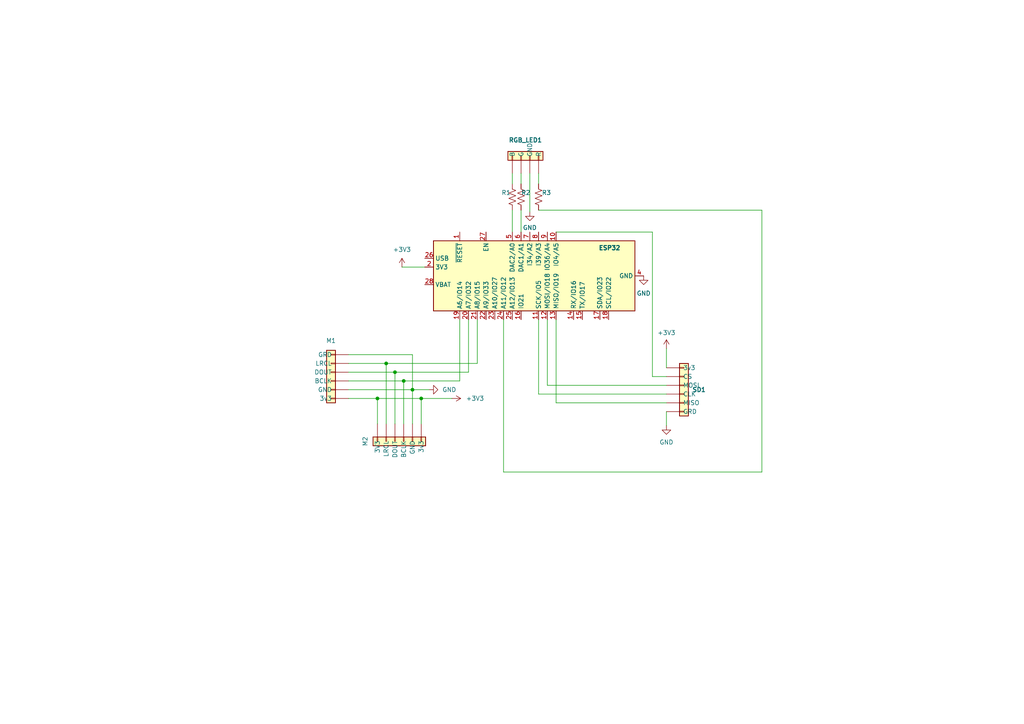
<source format=kicad_sch>
(kicad_sch (version 20211123) (generator eeschema)

  (uuid 742f6656-c86d-41c0-937e-ef6ded3bd482)

  (paper "A4")

  (lib_symbols
    (symbol "Conn_01x06_1" (pin_numbers hide) (pin_names (offset 1.016)) (in_bom yes) (on_board yes)
      (property "Reference" "M1" (id 0) (at 2.032 -1.2699 0)
        (effects (font (size 1.27 1.27)) (justify left))
      )
      (property "Value" "Conn_01x06" (id 1) (at 0 11.57 0)
        (effects (font (size 1.27 1.27)) hide)
      )
      (property "Footprint" "Connector_PinHeader_2.54mm:PinHeader_1x06_P2.54mm_Vertical" (id 2) (at 1.27 8.89 0)
        (effects (font (size 1.27 1.27)) hide)
      )
      (property "Datasheet" "~" (id 3) (at 0 0 0)
        (effects (font (size 1.27 1.27)) hide)
      )
      (property "ki_keywords" "connector" (id 4) (at 0 0 0)
        (effects (font (size 1.27 1.27)) hide)
      )
      (property "ki_description" "Generic connector, single row, 01x06, script generated (kicad-library-utils/schlib/autogen/connector/)" (id 5) (at 0 0 0)
        (effects (font (size 1.27 1.27)) hide)
      )
      (property "ki_fp_filters" "Connector*:*_1x??_*" (id 6) (at 0 0 0)
        (effects (font (size 1.27 1.27)) hide)
      )
      (symbol "Conn_01x06_1_1_1"
        (rectangle (start -1.27 -7.493) (end 0 -7.747)
          (stroke (width 0.1524) (type default) (color 0 0 0 0))
          (fill (type none))
        )
        (rectangle (start -1.27 -4.953) (end 0 -5.207)
          (stroke (width 0.1524) (type default) (color 0 0 0 0))
          (fill (type none))
        )
        (rectangle (start -1.27 -2.413) (end 0 -2.667)
          (stroke (width 0.1524) (type default) (color 0 0 0 0))
          (fill (type none))
        )
        (rectangle (start -1.27 0.127) (end 0 -0.127)
          (stroke (width 0.1524) (type default) (color 0 0 0 0))
          (fill (type none))
        )
        (rectangle (start -1.27 2.667) (end 0 2.413)
          (stroke (width 0.1524) (type default) (color 0 0 0 0))
          (fill (type none))
        )
        (rectangle (start -1.27 5.207) (end 0 4.953)
          (stroke (width 0.1524) (type default) (color 0 0 0 0))
          (fill (type none))
        )
        (rectangle (start -1.27 6.35) (end 1.27 -8.89)
          (stroke (width 0.254) (type default) (color 0 0 0 0))
          (fill (type background))
        )
        (pin power_in line (at -5.08 5.08 0) (length 3.81)
          (name "3v3" (effects (font (size 1.27 1.27))))
          (number "1" (effects (font (size 1.27 1.27))))
        )
        (pin power_in line (at -5.08 2.54 0) (length 3.81)
          (name "GND" (effects (font (size 1.27 1.27))))
          (number "2" (effects (font (size 1.27 1.27))))
        )
        (pin input line (at -5.08 0 0) (length 3.81)
          (name "BCLK" (effects (font (size 1.27 1.27))))
          (number "3" (effects (font (size 1.27 1.27))))
        )
        (pin output line (at -5.08 -2.54 0) (length 3.81)
          (name "DOUT" (effects (font (size 1.27 1.27))))
          (number "4" (effects (font (size 1.27 1.27))))
        )
        (pin input line (at -5.08 -5.08 0) (length 3.81)
          (name "LRCL" (effects (font (size 1.27 1.27))))
          (number "5" (effects (font (size 1.27 1.27))))
        )
        (pin power_in line (at -5.08 -7.62 0) (length 3.81)
          (name "GRD" (effects (font (size 1.27 1.27))))
          (number "6" (effects (font (size 1.27 1.27))))
        )
      )
    )
    (symbol "Conn_01x06_2" (pin_numbers hide) (pin_names (offset 1.016)) (in_bom yes) (on_board yes)
      (property "Reference" "M2" (id 0) (at -10.668 0 0)
        (effects (font (size 1.27 1.27)))
      )
      (property "Value" "Conn_01x06_2" (id 1) (at 11.57 0 0)
        (effects (font (size 1.27 1.27)) hide)
      )
      (property "Footprint" "Connector_PinHeader_2.54mm:PinHeader_1x06_P2.54mm_Vertical" (id 2) (at 8.89 -1.27 0)
        (effects (font (size 1.27 1.27)) hide)
      )
      (property "Datasheet" "~" (id 3) (at 0 0 0)
        (effects (font (size 1.27 1.27)) hide)
      )
      (property "ki_keywords" "connector" (id 4) (at 0 0 0)
        (effects (font (size 1.27 1.27)) hide)
      )
      (property "ki_description" "Generic connector, single row, 01x06, script generated (kicad-library-utils/schlib/autogen/connector/)" (id 5) (at 0 0 0)
        (effects (font (size 1.27 1.27)) hide)
      )
      (property "ki_fp_filters" "Connector*:*_1x??_*" (id 6) (at 0 0 0)
        (effects (font (size 1.27 1.27)) hide)
      )
      (symbol "Conn_01x06_2_1_1"
        (rectangle (start -1.27 -7.493) (end 0 -7.747)
          (stroke (width 0.1524) (type default) (color 0 0 0 0))
          (fill (type none))
        )
        (rectangle (start -1.27 -4.953) (end 0 -5.207)
          (stroke (width 0.1524) (type default) (color 0 0 0 0))
          (fill (type none))
        )
        (rectangle (start -1.27 -2.413) (end 0 -2.667)
          (stroke (width 0.1524) (type default) (color 0 0 0 0))
          (fill (type none))
        )
        (rectangle (start -1.27 0.127) (end 0 -0.127)
          (stroke (width 0.1524) (type default) (color 0 0 0 0))
          (fill (type none))
        )
        (rectangle (start -1.27 2.667) (end 0 2.413)
          (stroke (width 0.1524) (type default) (color 0 0 0 0))
          (fill (type none))
        )
        (rectangle (start -1.27 5.207) (end 0 4.953)
          (stroke (width 0.1524) (type default) (color 0 0 0 0))
          (fill (type none))
        )
        (rectangle (start -1.27 6.35) (end 1.27 -8.89)
          (stroke (width 0.254) (type default) (color 0 0 0 0))
          (fill (type background))
        )
        (pin power_in line (at -5.08 5.08 0) (length 3.81)
          (name "3v3" (effects (font (size 1.27 1.27))))
          (number "1" (effects (font (size 1.27 1.27))))
        )
        (pin power_in line (at -5.08 2.54 0) (length 3.81)
          (name "GND" (effects (font (size 1.27 1.27))))
          (number "2" (effects (font (size 1.27 1.27))))
        )
        (pin input line (at -5.08 0 0) (length 3.81)
          (name "BCLK" (effects (font (size 1.27 1.27))))
          (number "3" (effects (font (size 1.27 1.27))))
        )
        (pin output line (at -5.08 -2.54 0) (length 3.81)
          (name "DOUT" (effects (font (size 1.27 1.27))))
          (number "4" (effects (font (size 1.27 1.27))))
        )
        (pin input line (at -5.08 -5.08 0) (length 3.81)
          (name "LRCL" (effects (font (size 1.27 1.27))))
          (number "5" (effects (font (size 1.27 1.27))))
        )
        (pin power_in line (at -5.08 -7.62 0) (length 3.81)
          (name "3V3" (effects (font (size 1.27 1.27))))
          (number "6" (effects (font (size 1.27 1.27))))
        )
      )
    )
    (symbol "Connector_Generic:Conn_01x04" (pin_numbers hide) (pin_names (offset 1.016)) (in_bom yes) (on_board yes)
      (property "Reference" "RGB_LED" (id 0) (at 0 -9.58 0)
        (effects (font (size 1.27 1.27)))
      )
      (property "Value" "Conn_01x04" (id 1) (at 0 -9.39 0)
        (effects (font (size 1.27 1.27)) hide)
      )
      (property "Footprint" "Connector_PinHeader_2.54mm:PinHeader_1x04_P2.54mm_Vertical" (id 2) (at -1.27 1.27 0)
        (effects (font (size 1.27 1.27)) hide)
      )
      (property "Datasheet" "~" (id 3) (at 0 0 0)
        (effects (font (size 1.27 1.27)) hide)
      )
      (property "ki_keywords" "connector" (id 4) (at 0 0 0)
        (effects (font (size 1.27 1.27)) hide)
      )
      (property "ki_description" "Generic connector, single row, 01x04, script generated (kicad-library-utils/schlib/autogen/connector/)" (id 5) (at 0 0 0)
        (effects (font (size 1.27 1.27)) hide)
      )
      (property "ki_fp_filters" "Connector*:*_1x??_*" (id 6) (at 0 0 0)
        (effects (font (size 1.27 1.27)) hide)
      )
      (symbol "Conn_01x04_1_1"
        (rectangle (start -1.27 -4.953) (end 0 -5.207)
          (stroke (width 0.1524) (type default) (color 0 0 0 0))
          (fill (type none))
        )
        (rectangle (start -1.27 -2.413) (end 0 -2.667)
          (stroke (width 0.1524) (type default) (color 0 0 0 0))
          (fill (type none))
        )
        (rectangle (start -1.27 0.127) (end 0 -0.127)
          (stroke (width 0.1524) (type default) (color 0 0 0 0))
          (fill (type none))
        )
        (rectangle (start -1.27 2.667) (end 0 2.413)
          (stroke (width 0.1524) (type default) (color 0 0 0 0))
          (fill (type none))
        )
        (rectangle (start -1.27 3.81) (end 1.27 -6.35)
          (stroke (width 0.254) (type default) (color 0 0 0 0))
          (fill (type background))
        )
        (pin passive line (at -5.08 2.54 0) (length 3.81)
          (name "B" (effects (font (size 1.27 1.27))))
          (number "1" (effects (font (size 1.27 1.27))))
        )
        (pin passive line (at -5.08 0 0) (length 3.81)
          (name "G" (effects (font (size 1.27 1.27))))
          (number "2" (effects (font (size 1.27 1.27))))
        )
        (pin passive line (at -5.08 -2.54 0) (length 3.81)
          (name "GND" (effects (font (size 1.27 1.27))))
          (number "3" (effects (font (size 1.27 1.27))))
        )
        (pin passive line (at -5.08 -5.08 0) (length 3.81)
          (name "R" (effects (font (size 1.27 1.27))))
          (number "4" (effects (font (size 1.27 1.27))))
        )
      )
    )
    (symbol "Connector_Generic:Conn_01x06" (pin_numbers hide) (pin_names (offset 1.016)) (in_bom yes) (on_board yes)
      (property "Reference" "SD" (id 0) (at 2.286 -1.2699 0)
        (effects (font (size 1.27 1.27)) (justify left))
      )
      (property "Value" "Conn_01x06" (id 1) (at 0 11.57 0)
        (effects (font (size 1.27 1.27)) hide)
      )
      (property "Footprint" "Connector_PinHeader_2.54mm:PinHeader_1x06_P2.54mm_Vertical" (id 2) (at 1.27 8.89 0)
        (effects (font (size 1.27 1.27)) hide)
      )
      (property "Datasheet" "~" (id 3) (at 0 0 0)
        (effects (font (size 1.27 1.27)) hide)
      )
      (property "ki_keywords" "connector" (id 4) (at 0 0 0)
        (effects (font (size 1.27 1.27)) hide)
      )
      (property "ki_description" "Generic connector, single row, 01x06, script generated (kicad-library-utils/schlib/autogen/connector/)" (id 5) (at 0 0 0)
        (effects (font (size 1.27 1.27)) hide)
      )
      (property "ki_fp_filters" "Connector*:*_1x??_*" (id 6) (at 0 0 0)
        (effects (font (size 1.27 1.27)) hide)
      )
      (symbol "Conn_01x06_1_1"
        (rectangle (start -1.27 -7.493) (end 0 -7.747)
          (stroke (width 0.1524) (type default) (color 0 0 0 0))
          (fill (type none))
        )
        (rectangle (start -1.27 -4.953) (end 0 -5.207)
          (stroke (width 0.1524) (type default) (color 0 0 0 0))
          (fill (type none))
        )
        (rectangle (start -1.27 -2.413) (end 0 -2.667)
          (stroke (width 0.1524) (type default) (color 0 0 0 0))
          (fill (type none))
        )
        (rectangle (start -1.27 0.127) (end 0 -0.127)
          (stroke (width 0.1524) (type default) (color 0 0 0 0))
          (fill (type none))
        )
        (rectangle (start -1.27 2.667) (end 0 2.413)
          (stroke (width 0.1524) (type default) (color 0 0 0 0))
          (fill (type none))
        )
        (rectangle (start -1.27 5.207) (end 0 4.953)
          (stroke (width 0.1524) (type default) (color 0 0 0 0))
          (fill (type none))
        )
        (rectangle (start -1.27 6.35) (end 1.27 -8.89)
          (stroke (width 0.254) (type default) (color 0 0 0 0))
          (fill (type background))
        )
        (pin power_in line (at -5.08 5.08 0) (length 3.81)
          (name "3v3" (effects (font (size 1.27 1.27))))
          (number "1" (effects (font (size 1.27 1.27))))
        )
        (pin input line (at -5.08 2.54 0) (length 3.81)
          (name "CS" (effects (font (size 1.27 1.27))))
          (number "2" (effects (font (size 1.27 1.27))))
        )
        (pin output line (at -5.08 0 0) (length 3.81)
          (name "MOSI" (effects (font (size 1.27 1.27))))
          (number "3" (effects (font (size 1.27 1.27))))
        )
        (pin input line (at -5.08 -2.54 0) (length 3.81)
          (name "CLK" (effects (font (size 1.27 1.27))))
          (number "4" (effects (font (size 1.27 1.27))))
        )
        (pin input line (at -5.08 -5.08 0) (length 3.81)
          (name "MISO" (effects (font (size 1.27 1.27))))
          (number "5" (effects (font (size 1.27 1.27))))
        )
        (pin power_in line (at -5.08 -7.62 0) (length 3.81)
          (name "GRD" (effects (font (size 1.27 1.27))))
          (number "6" (effects (font (size 1.27 1.27))))
        )
      )
    )
    (symbol "Device:R_US" (pin_numbers hide) (pin_names (offset 0)) (in_bom yes) (on_board yes)
      (property "Reference" "R" (id 0) (at 2.54 0 90)
        (effects (font (size 1.27 1.27)))
      )
      (property "Value" "R_US" (id 1) (at -2.54 0 90)
        (effects (font (size 1.27 1.27)))
      )
      (property "Footprint" "" (id 2) (at 1.016 -0.254 90)
        (effects (font (size 1.27 1.27)) hide)
      )
      (property "Datasheet" "~" (id 3) (at 0 0 0)
        (effects (font (size 1.27 1.27)) hide)
      )
      (property "ki_keywords" "R res resistor" (id 4) (at 0 0 0)
        (effects (font (size 1.27 1.27)) hide)
      )
      (property "ki_description" "Resistor, US symbol" (id 5) (at 0 0 0)
        (effects (font (size 1.27 1.27)) hide)
      )
      (property "ki_fp_filters" "R_*" (id 6) (at 0 0 0)
        (effects (font (size 1.27 1.27)) hide)
      )
      (symbol "R_US_0_1"
        (polyline
          (pts
            (xy 0 -2.286)
            (xy 0 -2.54)
          )
          (stroke (width 0) (type default) (color 0 0 0 0))
          (fill (type none))
        )
        (polyline
          (pts
            (xy 0 2.286)
            (xy 0 2.54)
          )
          (stroke (width 0) (type default) (color 0 0 0 0))
          (fill (type none))
        )
        (polyline
          (pts
            (xy 0 -0.762)
            (xy 1.016 -1.143)
            (xy 0 -1.524)
            (xy -1.016 -1.905)
            (xy 0 -2.286)
          )
          (stroke (width 0) (type default) (color 0 0 0 0))
          (fill (type none))
        )
        (polyline
          (pts
            (xy 0 0.762)
            (xy 1.016 0.381)
            (xy 0 0)
            (xy -1.016 -0.381)
            (xy 0 -0.762)
          )
          (stroke (width 0) (type default) (color 0 0 0 0))
          (fill (type none))
        )
        (polyline
          (pts
            (xy 0 2.286)
            (xy 1.016 1.905)
            (xy 0 1.524)
            (xy -1.016 1.143)
            (xy 0 0.762)
          )
          (stroke (width 0) (type default) (color 0 0 0 0))
          (fill (type none))
        )
      )
      (symbol "R_US_1_1"
        (pin passive line (at 0 3.81 270) (length 1.27)
          (name "~" (effects (font (size 1.27 1.27))))
          (number "1" (effects (font (size 1.27 1.27))))
        )
        (pin passive line (at 0 -3.81 90) (length 1.27)
          (name "~" (effects (font (size 1.27 1.27))))
          (number "2" (effects (font (size 1.27 1.27))))
        )
      )
    )
    (symbol "MCU_Module:Adafruit_Feather_HUZZAH32_ESP32" (in_bom yes) (on_board yes)
      (property "Reference" "A" (id 0) (at -10.16 29.21 0)
        (effects (font (size 1.27 1.27)) (justify left))
      )
      (property "Value" "Adafruit_Feather_HUZZAH32_ESP32" (id 1) (at 2.54 -31.75 0)
        (effects (font (size 1.27 1.27)) (justify left))
      )
      (property "Footprint" "Module:Adafruit_Feather" (id 2) (at 2.54 -34.29 0)
        (effects (font (size 1.27 1.27)) (justify left) hide)
      )
      (property "Datasheet" "https://cdn-learn.adafruit.com/downloads/pdf/adafruit-huzzah32-esp32-feather.pdf" (id 3) (at 0 -30.48 0)
        (effects (font (size 1.27 1.27)) hide)
      )
      (property "ki_keywords" "Adafruit feather microcontroller module USB" (id 4) (at 0 0 0)
        (effects (font (size 1.27 1.27)) hide)
      )
      (property "ki_description" "Microcontroller module with ESP32 MCU" (id 5) (at 0 0 0)
        (effects (font (size 1.27 1.27)) hide)
      )
      (property "ki_fp_filters" "Adafruit*Feather*" (id 6) (at 0 0 0)
        (effects (font (size 1.27 1.27)) hide)
      )
      (symbol "Adafruit_Feather_HUZZAH32_ESP32_0_1"
        (rectangle (start -10.16 27.94) (end 10.16 -30.48)
          (stroke (width 0.254) (type default) (color 0 0 0 0))
          (fill (type background))
        )
      )
      (symbol "Adafruit_Feather_HUZZAH32_ESP32_1_1"
        (pin input line (at 12.7 20.32 180) (length 2.54)
          (name "~{RESET}" (effects (font (size 1.27 1.27))))
          (number "1" (effects (font (size 1.27 1.27))))
        )
        (pin bidirectional line (at 12.7 -7.62 180) (length 2.54)
          (name "IO4/A5" (effects (font (size 1.27 1.27))))
          (number "10" (effects (font (size 1.27 1.27))))
        )
        (pin bidirectional line (at -12.7 -2.54 0) (length 2.54)
          (name "SCK/IO5" (effects (font (size 1.27 1.27))))
          (number "11" (effects (font (size 1.27 1.27))))
        )
        (pin bidirectional line (at -12.7 -5.08 0) (length 2.54)
          (name "MOSI/IO18" (effects (font (size 1.27 1.27))))
          (number "12" (effects (font (size 1.27 1.27))))
        )
        (pin bidirectional line (at -12.7 -7.62 0) (length 2.54)
          (name "MISO/IO19" (effects (font (size 1.27 1.27))))
          (number "13" (effects (font (size 1.27 1.27))))
        )
        (pin bidirectional line (at -12.7 -12.7 0) (length 2.54)
          (name "RX/IO16" (effects (font (size 1.27 1.27))))
          (number "14" (effects (font (size 1.27 1.27))))
        )
        (pin bidirectional line (at -12.7 -15.24 0) (length 2.54)
          (name "TX/IO17" (effects (font (size 1.27 1.27))))
          (number "15" (effects (font (size 1.27 1.27))))
        )
        (pin bidirectional line (at -12.7 2.54 0) (length 2.54)
          (name "IO21" (effects (font (size 1.27 1.27))))
          (number "16" (effects (font (size 1.27 1.27))))
        )
        (pin bidirectional line (at -12.7 -20.32 0) (length 2.54)
          (name "SDA/IO23" (effects (font (size 1.27 1.27))))
          (number "17" (effects (font (size 1.27 1.27))))
        )
        (pin bidirectional line (at -12.7 -22.86 0) (length 2.54)
          (name "SCL/IO22" (effects (font (size 1.27 1.27))))
          (number "18" (effects (font (size 1.27 1.27))))
        )
        (pin bidirectional line (at -12.7 20.32 0) (length 2.54)
          (name "A6/IO14" (effects (font (size 1.27 1.27))))
          (number "19" (effects (font (size 1.27 1.27))))
        )
        (pin power_in line (at 2.54 30.48 270) (length 2.54)
          (name "3V3" (effects (font (size 1.27 1.27))))
          (number "2" (effects (font (size 1.27 1.27))))
        )
        (pin bidirectional line (at -12.7 17.78 0) (length 2.54)
          (name "A7/IO32" (effects (font (size 1.27 1.27))))
          (number "20" (effects (font (size 1.27 1.27))))
        )
        (pin bidirectional line (at -12.7 15.24 0) (length 2.54)
          (name "A8/IO15" (effects (font (size 1.27 1.27))))
          (number "21" (effects (font (size 1.27 1.27))))
        )
        (pin bidirectional line (at -12.7 12.7 0) (length 2.54)
          (name "A9/IO33" (effects (font (size 1.27 1.27))))
          (number "22" (effects (font (size 1.27 1.27))))
        )
        (pin bidirectional line (at -12.7 10.16 0) (length 2.54)
          (name "A10/IO27" (effects (font (size 1.27 1.27))))
          (number "23" (effects (font (size 1.27 1.27))))
        )
        (pin bidirectional line (at -12.7 7.62 0) (length 2.54)
          (name "A11/IO12" (effects (font (size 1.27 1.27))))
          (number "24" (effects (font (size 1.27 1.27))))
        )
        (pin bidirectional line (at -12.7 5.08 0) (length 2.54)
          (name "A12/IO13" (effects (font (size 1.27 1.27))))
          (number "25" (effects (font (size 1.27 1.27))))
        )
        (pin power_in line (at 5.08 30.48 270) (length 2.54)
          (name "USB" (effects (font (size 1.27 1.27))))
          (number "26" (effects (font (size 1.27 1.27))))
        )
        (pin input line (at 12.7 12.7 180) (length 2.54)
          (name "EN" (effects (font (size 1.27 1.27))))
          (number "27" (effects (font (size 1.27 1.27))))
        )
        (pin power_in line (at -2.54 30.48 270) (length 2.54)
          (name "VBAT" (effects (font (size 1.27 1.27))))
          (number "28" (effects (font (size 1.27 1.27))))
        )
        (pin no_connect line (at 10.16 10.16 180) (length 2.54) hide
          (name "NC" (effects (font (size 1.27 1.27))))
          (number "3" (effects (font (size 1.27 1.27))))
        )
        (pin power_in line (at 0 -33.02 90) (length 2.54)
          (name "GND" (effects (font (size 1.27 1.27))))
          (number "4" (effects (font (size 1.27 1.27))))
        )
        (pin bidirectional line (at 12.7 5.08 180) (length 2.54)
          (name "DAC2/A0" (effects (font (size 1.27 1.27))))
          (number "5" (effects (font (size 1.27 1.27))))
        )
        (pin bidirectional line (at 12.7 2.54 180) (length 2.54)
          (name "DAC1/A1" (effects (font (size 1.27 1.27))))
          (number "6" (effects (font (size 1.27 1.27))))
        )
        (pin bidirectional line (at 12.7 0 180) (length 2.54)
          (name "I34/A2" (effects (font (size 1.27 1.27))))
          (number "7" (effects (font (size 1.27 1.27))))
        )
        (pin bidirectional line (at 12.7 -2.54 180) (length 2.54)
          (name "I39/A3" (effects (font (size 1.27 1.27))))
          (number "8" (effects (font (size 1.27 1.27))))
        )
        (pin bidirectional line (at 12.7 -5.08 180) (length 2.54)
          (name "IO36/A4" (effects (font (size 1.27 1.27))))
          (number "9" (effects (font (size 1.27 1.27))))
        )
      )
    )
    (symbol "power:+3V3" (power) (pin_names (offset 0)) (in_bom yes) (on_board yes)
      (property "Reference" "#PWR" (id 0) (at 0 -3.81 0)
        (effects (font (size 1.27 1.27)) hide)
      )
      (property "Value" "+3V3" (id 1) (at 0 3.556 0)
        (effects (font (size 1.27 1.27)))
      )
      (property "Footprint" "" (id 2) (at 0 0 0)
        (effects (font (size 1.27 1.27)) hide)
      )
      (property "Datasheet" "" (id 3) (at 0 0 0)
        (effects (font (size 1.27 1.27)) hide)
      )
      (property "ki_keywords" "power-flag" (id 4) (at 0 0 0)
        (effects (font (size 1.27 1.27)) hide)
      )
      (property "ki_description" "Power symbol creates a global label with name \"+3V3\"" (id 5) (at 0 0 0)
        (effects (font (size 1.27 1.27)) hide)
      )
      (symbol "+3V3_0_1"
        (polyline
          (pts
            (xy -0.762 1.27)
            (xy 0 2.54)
          )
          (stroke (width 0) (type default) (color 0 0 0 0))
          (fill (type none))
        )
        (polyline
          (pts
            (xy 0 0)
            (xy 0 2.54)
          )
          (stroke (width 0) (type default) (color 0 0 0 0))
          (fill (type none))
        )
        (polyline
          (pts
            (xy 0 2.54)
            (xy 0.762 1.27)
          )
          (stroke (width 0) (type default) (color 0 0 0 0))
          (fill (type none))
        )
      )
      (symbol "+3V3_1_1"
        (pin power_in line (at 0 0 90) (length 0) hide
          (name "+3V3" (effects (font (size 1.27 1.27))))
          (number "1" (effects (font (size 1.27 1.27))))
        )
      )
    )
    (symbol "power:GND" (power) (pin_names (offset 0)) (in_bom yes) (on_board yes)
      (property "Reference" "#PWR" (id 0) (at 0 -6.35 0)
        (effects (font (size 1.27 1.27)) hide)
      )
      (property "Value" "GND" (id 1) (at 0 -3.81 0)
        (effects (font (size 1.27 1.27)))
      )
      (property "Footprint" "" (id 2) (at 0 0 0)
        (effects (font (size 1.27 1.27)) hide)
      )
      (property "Datasheet" "" (id 3) (at 0 0 0)
        (effects (font (size 1.27 1.27)) hide)
      )
      (property "ki_keywords" "power-flag" (id 4) (at 0 0 0)
        (effects (font (size 1.27 1.27)) hide)
      )
      (property "ki_description" "Power symbol creates a global label with name \"GND\" , ground" (id 5) (at 0 0 0)
        (effects (font (size 1.27 1.27)) hide)
      )
      (symbol "GND_0_1"
        (polyline
          (pts
            (xy 0 0)
            (xy 0 -1.27)
            (xy 1.27 -1.27)
            (xy 0 -2.54)
            (xy -1.27 -1.27)
            (xy 0 -1.27)
          )
          (stroke (width 0) (type default) (color 0 0 0 0))
          (fill (type none))
        )
      )
      (symbol "GND_1_1"
        (pin power_in line (at 0 0 270) (length 0) hide
          (name "GND" (effects (font (size 1.27 1.27))))
          (number "1" (effects (font (size 1.27 1.27))))
        )
      )
    )
  )

  (junction (at 122.174 115.57) (diameter 0) (color 0 0 0 0)
    (uuid 19e577db-ec7a-4273-a932-573633e82162)
  )
  (junction (at 112.014 105.41) (diameter 0) (color 0 0 0 0)
    (uuid 1c5666aa-e465-4dbe-945d-b911e9df81af)
  )
  (junction (at 117.094 110.49) (diameter 0) (color 0 0 0 0)
    (uuid 99e6bac8-f931-4755-8af0-7a51409ca7f6)
  )
  (junction (at 119.634 113.03) (diameter 0) (color 0 0 0 0)
    (uuid a139f241-c8aa-400e-86a2-bbaeb2f1cbed)
  )
  (junction (at 114.554 107.95) (diameter 0) (color 0 0 0 0)
    (uuid aeacafdc-d873-4d40-98c5-a256436090d8)
  )
  (junction (at 109.474 115.57) (diameter 0) (color 0 0 0 0)
    (uuid f7fcd9df-e987-44de-86f8-0b40acaf9c03)
  )

  (wire (pts (xy 133.35 92.71) (xy 133.35 110.49))
    (stroke (width 0) (type default) (color 0 0 0 0))
    (uuid 0bc5839a-a487-4efb-aa39-bed37a5da9b7)
  )
  (wire (pts (xy 148.59 50.292) (xy 148.59 53.34))
    (stroke (width 0) (type default) (color 0 0 0 0))
    (uuid 13ef81a2-4a3d-4f69-aa8e-a50cf186bb38)
  )
  (wire (pts (xy 135.89 107.95) (xy 114.554 107.95))
    (stroke (width 0) (type default) (color 0 0 0 0))
    (uuid 16de7c31-9166-4dae-8b30-8857c26eaac6)
  )
  (wire (pts (xy 138.43 105.41) (xy 112.014 105.41))
    (stroke (width 0) (type default) (color 0 0 0 0))
    (uuid 1890451c-6ac3-4738-99f9-977ba1feca0d)
  )
  (wire (pts (xy 189.23 109.22) (xy 193.294 109.22))
    (stroke (width 0) (type default) (color 0 0 0 0))
    (uuid 1c34ae6f-59e1-41cd-9442-b86210a762ec)
  )
  (wire (pts (xy 138.43 92.71) (xy 138.43 105.41))
    (stroke (width 0) (type default) (color 0 0 0 0))
    (uuid 32243d26-2f2b-4240-987a-e2e0f44d5036)
  )
  (wire (pts (xy 156.21 92.71) (xy 156.21 114.3))
    (stroke (width 0) (type default) (color 0 0 0 0))
    (uuid 3b73c3cb-5737-490a-aab8-e1dbaa5170c5)
  )
  (wire (pts (xy 158.75 111.76) (xy 193.294 111.76))
    (stroke (width 0) (type default) (color 0 0 0 0))
    (uuid 3e1b152e-7030-42e0-adec-2ecacdda5011)
  )
  (wire (pts (xy 119.634 113.03) (xy 124.46 113.03))
    (stroke (width 0) (type default) (color 0 0 0 0))
    (uuid 4888c330-f8fa-492d-aa6f-da06d2350187)
  )
  (wire (pts (xy 112.014 105.41) (xy 112.014 122.936))
    (stroke (width 0) (type default) (color 0 0 0 0))
    (uuid 48e30849-34f5-4e5b-a36c-f3a6f5f6b8a1)
  )
  (wire (pts (xy 114.554 107.95) (xy 114.554 122.936))
    (stroke (width 0) (type default) (color 0 0 0 0))
    (uuid 49c1c4f0-cf9a-4997-982f-1293c7f8c3d1)
  )
  (wire (pts (xy 220.98 136.906) (xy 220.98 60.96))
    (stroke (width 0) (type default) (color 0 0 0 0))
    (uuid 512d4617-eba5-4ef3-88b5-114fa31a438d)
  )
  (wire (pts (xy 116.586 77.47) (xy 123.19 77.47))
    (stroke (width 0) (type default) (color 0 0 0 0))
    (uuid 525820f1-c4e8-4f38-ba66-9f0454eccc55)
  )
  (wire (pts (xy 193.294 101.092) (xy 193.294 106.68))
    (stroke (width 0) (type default) (color 0 0 0 0))
    (uuid 5786fcca-7067-4799-83cc-06ae557ddd1a)
  )
  (wire (pts (xy 101.092 115.57) (xy 109.474 115.57))
    (stroke (width 0) (type default) (color 0 0 0 0))
    (uuid 66ff1d1a-ce4f-4173-b800-47c5619674af)
  )
  (wire (pts (xy 119.634 102.87) (xy 119.634 113.03))
    (stroke (width 0) (type default) (color 0 0 0 0))
    (uuid 7d7fa8ab-7852-459c-8f54-dfd985146fd3)
  )
  (wire (pts (xy 153.67 50.292) (xy 153.67 61.468))
    (stroke (width 0) (type default) (color 0 0 0 0))
    (uuid 7ec8d2f0-44ed-4333-80ed-a321b348d838)
  )
  (wire (pts (xy 109.474 115.57) (xy 109.474 122.936))
    (stroke (width 0) (type default) (color 0 0 0 0))
    (uuid 8139e267-9b2e-419e-9ccc-e348ee347764)
  )
  (wire (pts (xy 156.21 50.292) (xy 156.21 53.34))
    (stroke (width 0) (type default) (color 0 0 0 0))
    (uuid 8c0c156a-0310-450a-b88d-95a9e3cab2f3)
  )
  (wire (pts (xy 133.35 110.49) (xy 117.094 110.49))
    (stroke (width 0) (type default) (color 0 0 0 0))
    (uuid 926cc1ad-5eb7-4bb0-b857-514ecb6a4b69)
  )
  (wire (pts (xy 161.29 67.31) (xy 189.23 67.31))
    (stroke (width 0) (type default) (color 0 0 0 0))
    (uuid 973e8b12-0022-4818-94f2-acc42275a911)
  )
  (wire (pts (xy 135.89 92.71) (xy 135.89 107.95))
    (stroke (width 0) (type default) (color 0 0 0 0))
    (uuid 975a34ad-0fd8-419d-a30f-80ad0daa822f)
  )
  (wire (pts (xy 101.092 113.03) (xy 119.634 113.03))
    (stroke (width 0) (type default) (color 0 0 0 0))
    (uuid 98608ce4-907f-42d2-8245-3942449051f8)
  )
  (wire (pts (xy 101.092 102.87) (xy 119.634 102.87))
    (stroke (width 0) (type default) (color 0 0 0 0))
    (uuid 9d00d1e0-c841-4b35-b1f0-36303f7df019)
  )
  (wire (pts (xy 101.092 107.95) (xy 114.554 107.95))
    (stroke (width 0) (type default) (color 0 0 0 0))
    (uuid 9fcefa51-bdc7-4659-a05d-e58513b2152d)
  )
  (wire (pts (xy 151.13 50.292) (xy 151.13 53.34))
    (stroke (width 0) (type default) (color 0 0 0 0))
    (uuid a2bdc407-cfaa-4430-adc0-b397e8912c68)
  )
  (wire (pts (xy 109.474 115.57) (xy 122.174 115.57))
    (stroke (width 0) (type default) (color 0 0 0 0))
    (uuid a4838db3-ef2f-4ff9-98b9-a5dcdcaa30e0)
  )
  (wire (pts (xy 117.094 110.49) (xy 117.094 122.936))
    (stroke (width 0) (type default) (color 0 0 0 0))
    (uuid aa4833b5-9f58-4ed3-b13c-70c3cdb83bb7)
  )
  (wire (pts (xy 146.05 92.71) (xy 146.05 136.906))
    (stroke (width 0) (type default) (color 0 0 0 0))
    (uuid abba64af-07c6-4a10-8288-75292a9231c1)
  )
  (wire (pts (xy 161.29 116.84) (xy 193.294 116.84))
    (stroke (width 0) (type default) (color 0 0 0 0))
    (uuid adaf92e2-1639-4111-a172-4262b471184c)
  )
  (wire (pts (xy 189.23 67.31) (xy 189.23 109.22))
    (stroke (width 0) (type default) (color 0 0 0 0))
    (uuid b284832d-7ebb-45ab-a1bb-1c3767c33b6a)
  )
  (wire (pts (xy 151.13 60.96) (xy 151.13 67.31))
    (stroke (width 0) (type default) (color 0 0 0 0))
    (uuid c1c70e93-bacc-4081-a258-c5e50e8f3b79)
  )
  (wire (pts (xy 193.294 119.38) (xy 193.294 123.444))
    (stroke (width 0) (type default) (color 0 0 0 0))
    (uuid c5a956dd-c566-4ae0-b310-e144f1eafdf5)
  )
  (wire (pts (xy 158.75 92.71) (xy 158.75 111.76))
    (stroke (width 0) (type default) (color 0 0 0 0))
    (uuid cb052f0a-6b6a-4397-a420-9814be227111)
  )
  (wire (pts (xy 220.98 60.96) (xy 156.21 60.96))
    (stroke (width 0) (type default) (color 0 0 0 0))
    (uuid cdc02724-0351-4782-9b93-01f1f75d7ae4)
  )
  (wire (pts (xy 101.092 105.41) (xy 112.014 105.41))
    (stroke (width 0) (type default) (color 0 0 0 0))
    (uuid d1b49854-9379-4bb6-b84c-519b43eca323)
  )
  (wire (pts (xy 156.21 114.3) (xy 193.294 114.3))
    (stroke (width 0) (type default) (color 0 0 0 0))
    (uuid d7ae17dc-1c96-41f9-b932-e3d35ef74783)
  )
  (wire (pts (xy 161.29 92.71) (xy 161.29 116.84))
    (stroke (width 0) (type default) (color 0 0 0 0))
    (uuid d9797d4e-5adc-4968-8230-818e09592323)
  )
  (wire (pts (xy 146.05 136.906) (xy 220.98 136.906))
    (stroke (width 0) (type default) (color 0 0 0 0))
    (uuid db14ce04-de8a-4620-ae8d-5358a4c0bccd)
  )
  (wire (pts (xy 148.59 60.96) (xy 148.59 67.31))
    (stroke (width 0) (type default) (color 0 0 0 0))
    (uuid dc1dbeab-6182-415a-880c-fd0d41fde8b0)
  )
  (wire (pts (xy 101.092 110.49) (xy 117.094 110.49))
    (stroke (width 0) (type default) (color 0 0 0 0))
    (uuid e229cefd-331c-4ce4-afa1-2b8892babbba)
  )
  (wire (pts (xy 122.174 115.57) (xy 122.174 122.936))
    (stroke (width 0) (type default) (color 0 0 0 0))
    (uuid e2cab06d-330c-43ef-be63-765628ae014b)
  )
  (wire (pts (xy 122.174 115.57) (xy 131.064 115.57))
    (stroke (width 0) (type default) (color 0 0 0 0))
    (uuid eba9b22c-e6f2-4a42-a8e6-50fd88b34d74)
  )
  (wire (pts (xy 119.634 113.03) (xy 119.634 122.936))
    (stroke (width 0) (type default) (color 0 0 0 0))
    (uuid f73f81b1-4dd4-4f4f-ada1-428ca369647b)
  )

  (symbol (lib_name "Conn_01x06_1") (lib_id "Connector_Generic:Conn_01x06") (at 96.012 110.49 180) (unit 1)
    (in_bom yes) (on_board yes) (fields_autoplaced)
    (uuid 03b7ea59-04ff-4bfc-a26f-17e4b04b9d62)
    (property "Reference" "M1" (id 0) (at 96.012 98.806 0))
    (property "Value" "Conn_01x06" (id 1) (at 96.012 122.06 0)
      (effects (font (size 1.27 1.27)) hide)
    )
    (property "Footprint" "Connector_PinHeader_2.54mm:PinHeader_1x06_P2.54mm_Vertical" (id 2) (at 94.742 119.38 0)
      (effects (font (size 1.27 1.27)) hide)
    )
    (property "Datasheet" "~" (id 3) (at 96.012 110.49 0)
      (effects (font (size 1.27 1.27)) hide)
    )
    (pin "1" (uuid cfd66066-4bfb-415b-aff3-80ee08e719fe))
    (pin "2" (uuid 24d37c6d-393a-4463-b6e2-ce0a45fb85d0))
    (pin "3" (uuid 6f655528-a61c-4c23-868b-815cc79f5f8e))
    (pin "4" (uuid 780c110f-d675-44a5-9b77-e6d74a308504))
    (pin "5" (uuid acf9d5e3-00c4-46a2-8fb1-130f2ff8990c))
    (pin "6" (uuid 0e8dd633-3dec-4dce-9bdb-5d167ff90b26))
  )

  (symbol (lib_id "power:GND") (at 193.294 123.444 0) (unit 1)
    (in_bom yes) (on_board yes) (fields_autoplaced)
    (uuid 0bea611f-1fe5-4e0d-ac85-6439e46c8262)
    (property "Reference" "#PWR0104" (id 0) (at 193.294 129.794 0)
      (effects (font (size 1.27 1.27)) hide)
    )
    (property "Value" "GND" (id 1) (at 193.294 128.27 0))
    (property "Footprint" "" (id 2) (at 193.294 123.444 0)
      (effects (font (size 1.27 1.27)) hide)
    )
    (property "Datasheet" "" (id 3) (at 193.294 123.444 0)
      (effects (font (size 1.27 1.27)) hide)
    )
    (pin "1" (uuid e179e626-507c-403b-ad7a-0a04267bc71a))
  )

  (symbol (lib_id "power:+3V3") (at 116.586 77.47 0) (unit 1)
    (in_bom yes) (on_board yes) (fields_autoplaced)
    (uuid 22b759b3-f640-43a0-98d3-7854d4dc1044)
    (property "Reference" "#PWR0107" (id 0) (at 116.586 81.28 0)
      (effects (font (size 1.27 1.27)) hide)
    )
    (property "Value" "+3V3" (id 1) (at 116.586 72.39 0))
    (property "Footprint" "" (id 2) (at 116.586 77.47 0)
      (effects (font (size 1.27 1.27)) hide)
    )
    (property "Datasheet" "" (id 3) (at 116.586 77.47 0)
      (effects (font (size 1.27 1.27)) hide)
    )
    (pin "1" (uuid 83e7a6c1-123e-4135-b718-2a1a691f0b5a))
  )

  (symbol (lib_id "power:GND") (at 153.67 61.468 0) (unit 1)
    (in_bom yes) (on_board yes) (fields_autoplaced)
    (uuid 252e79ef-9d70-48d9-9bbe-23a1d711f640)
    (property "Reference" "#PWR0103" (id 0) (at 153.67 67.818 0)
      (effects (font (size 1.27 1.27)) hide)
    )
    (property "Value" "GND" (id 1) (at 153.67 66.04 0))
    (property "Footprint" "" (id 2) (at 153.67 61.468 0)
      (effects (font (size 1.27 1.27)) hide)
    )
    (property "Datasheet" "" (id 3) (at 153.67 61.468 0)
      (effects (font (size 1.27 1.27)) hide)
    )
    (pin "1" (uuid f7560125-1b4f-44f1-94c8-9146698acab6))
  )

  (symbol (lib_id "Connector_Generic:Conn_01x04") (at 151.13 45.212 90) (unit 1)
    (in_bom yes) (on_board yes) (fields_autoplaced)
    (uuid 2f9622e5-875c-41d0-b3b2-d01d9d70123c)
    (property "Reference" "RGB_LED1" (id 0) (at 152.4 40.64 90)
      (effects (font (size 1.27 1.27) bold))
    )
    (property "Value" "Conn_01x04" (id 1) (at 160.52 45.212 0)
      (effects (font (size 1.27 1.27)) hide)
    )
    (property "Footprint" "Connector_PinHeader_2.54mm:PinHeader_1x04_P2.54mm_Vertical" (id 2) (at 149.86 46.482 0)
      (effects (font (size 1.27 1.27)) hide)
    )
    (property "Datasheet" "~" (id 3) (at 151.13 45.212 0)
      (effects (font (size 1.27 1.27)) hide)
    )
    (pin "1" (uuid 73839ad9-c938-49ae-aeff-997221af5567))
    (pin "2" (uuid e63080ec-1d61-44a3-ab4e-26ca038e73af))
    (pin "3" (uuid 64674237-8be5-4a99-8835-44035392a081))
    (pin "4" (uuid 09908afe-d5c3-457b-96f9-71fa21a797a8))
  )

  (symbol (lib_id "power:GND") (at 124.46 113.03 90) (unit 1)
    (in_bom yes) (on_board yes) (fields_autoplaced)
    (uuid 30b42e44-d6c0-431c-98b2-d1af026cf694)
    (property "Reference" "#PWR0106" (id 0) (at 130.81 113.03 0)
      (effects (font (size 1.27 1.27)) hide)
    )
    (property "Value" "GND" (id 1) (at 128.27 113.0299 90)
      (effects (font (size 1.27 1.27)) (justify right))
    )
    (property "Footprint" "" (id 2) (at 124.46 113.03 0)
      (effects (font (size 1.27 1.27)) hide)
    )
    (property "Datasheet" "" (id 3) (at 124.46 113.03 0)
      (effects (font (size 1.27 1.27)) hide)
    )
    (pin "1" (uuid 5c9ef830-c16f-420a-ab94-2b74b9685473))
  )

  (symbol (lib_id "Device:R_US") (at 148.59 57.15 0) (unit 1)
    (in_bom yes) (on_board yes)
    (uuid 40580d8a-6605-44f6-bc14-5afe37d0c992)
    (property "Reference" "R1" (id 0) (at 148.13 55.8799 0)
      (effects (font (size 1.27 1.27)) (justify right))
    )
    (property "Value" "R_US" (id 1) (at 151.13 58.4199 0)
      (effects (font (size 1.27 1.27)) (justify left) hide)
    )
    (property "Footprint" "Resistor_THT:R_Box_L8.4mm_W2.5mm_P5.08mm" (id 2) (at 149.606 57.404 90)
      (effects (font (size 1.27 1.27)) hide)
    )
    (property "Datasheet" "~" (id 3) (at 148.59 57.15 0)
      (effects (font (size 1.27 1.27)) hide)
    )
    (pin "1" (uuid 413dcdd2-cc30-4dfd-9a14-dc6d970f1987))
    (pin "2" (uuid e0ccdd04-f14b-48fb-8292-6e05d526a457))
  )

  (symbol (lib_id "MCU_Module:Adafruit_Feather_HUZZAH32_ESP32") (at 153.67 80.01 90) (unit 1)
    (in_bom yes) (on_board yes)
    (uuid 442f453a-9b44-44ab-a898-82f45629c72d)
    (property "Reference" "ESP32" (id 0) (at 180.086 71.882 90)
      (effects (font (size 1.27 1.27) bold) (justify left))
    )
    (property "Value" "Adafruit_Feather_HUZZAH32_ESP32" (id 1) (at 201.93 78.9686 90)
      (effects (font (size 1.27 1.27)) hide)
    )
    (property "Footprint" "Module:Adafruit_Feather" (id 2) (at 187.96 77.47 0)
      (effects (font (size 1.27 1.27)) (justify left) hide)
    )
    (property "Datasheet" "https://cdn-learn.adafruit.com/downloads/pdf/adafruit-huzzah32-esp32-feather.pdf" (id 3) (at 184.15 80.01 0)
      (effects (font (size 1.27 1.27)) hide)
    )
    (pin "1" (uuid 009110da-fae2-454e-8387-1e8fd70409cb))
    (pin "10" (uuid 834d0192-2f8f-45da-a664-ea874d4070f9))
    (pin "11" (uuid bdf9dfdb-3e3e-46cc-8bb8-4372561c164b))
    (pin "12" (uuid d9452562-ce7e-4680-9c6e-6998b86cb475))
    (pin "13" (uuid 8519174e-f406-4836-8f33-e219a5351591))
    (pin "14" (uuid 116b375f-957b-4eda-a12b-df384678f533))
    (pin "15" (uuid 1b80aaa4-9cfe-448e-8ff1-d2c69f706b2e))
    (pin "16" (uuid 3eb6166e-d2a4-4778-a9e3-fd9ea19f972e))
    (pin "17" (uuid c36f7147-bc6f-4cbe-8b56-617ae1aaead3))
    (pin "18" (uuid a6e79250-4ea1-4a1f-b168-c1d347acb43a))
    (pin "19" (uuid 1bd13fbe-d376-42a1-8a94-f12442f4121a))
    (pin "2" (uuid 2ad27911-6b4b-41d3-af19-3a88d479912c))
    (pin "20" (uuid 6dda73be-73a3-4bdf-aea3-f2d520a51491))
    (pin "21" (uuid 825e7db8-0294-426e-853c-3be31e57f559))
    (pin "22" (uuid 54c2b029-df21-4268-9a74-8433670031c7))
    (pin "23" (uuid 293bc8e1-4ff1-450d-8ef0-4276b77002bf))
    (pin "24" (uuid 7b7fe22f-5db7-4fb0-a6e2-91b9a8e5f484))
    (pin "25" (uuid 778130e2-5dcf-4ba4-bd77-4acc3a461105))
    (pin "26" (uuid c908cdd7-5bf2-4e04-ae66-bd89b22bab8d))
    (pin "27" (uuid 35a1a735-588f-4c50-9b46-cb8744ae8f02))
    (pin "28" (uuid 7eaae2d7-b4ad-4554-8c8a-2037170131bd))
    (pin "3" (uuid c4587bb7-c73a-4ad0-bcd4-d7dc9697e09b))
    (pin "4" (uuid 67c7a478-1f53-477a-9997-e375f47aa773))
    (pin "5" (uuid 638749f1-b1e7-4781-9f0f-dba065a717aa))
    (pin "6" (uuid 8c5a6fce-194d-4416-8856-cb66ff818319))
    (pin "7" (uuid 51e64652-1e71-4dd7-be6f-f96020dbcaac))
    (pin "8" (uuid 78620eb8-ad4c-482d-b1a5-6c31619b2879))
    (pin "9" (uuid 05c66f7d-5ec1-4b7f-80d5-ea1eb396392f))
  )

  (symbol (lib_id "Connector_Generic:Conn_01x06") (at 198.374 111.76 0) (unit 1)
    (in_bom yes) (on_board yes) (fields_autoplaced)
    (uuid 588c6787-18d5-467a-b3ea-0705a6b07433)
    (property "Reference" "SD1" (id 0) (at 200.66 113.0299 0)
      (effects (font (size 1.27 1.27) bold) (justify left))
    )
    (property "Value" "Conn_01x06" (id 1) (at 198.374 100.19 0)
      (effects (font (size 1.27 1.27)) hide)
    )
    (property "Footprint" "Connector_PinHeader_2.54mm:PinHeader_1x06_P2.54mm_Vertical" (id 2) (at 199.644 102.87 0)
      (effects (font (size 1.27 1.27)) hide)
    )
    (property "Datasheet" "~" (id 3) (at 198.374 111.76 0)
      (effects (font (size 1.27 1.27)) hide)
    )
    (pin "1" (uuid ad06d00f-0513-4114-86c5-b7b9447acdbe))
    (pin "2" (uuid 0beaebec-e943-415f-aa6c-19ac5ac18b31))
    (pin "3" (uuid 6209d2f9-20e5-4e37-8240-f988e04fc94c))
    (pin "4" (uuid 9f5b3abb-49a4-40b5-b2bc-2e0861fe6c01))
    (pin "5" (uuid 675d6f08-2777-4577-9a4b-0d85ddd5e37d))
    (pin "6" (uuid e396c99b-002e-4727-8090-c2b21c9efb31))
  )

  (symbol (lib_id "power:+3V3") (at 131.064 115.57 270) (unit 1)
    (in_bom yes) (on_board yes) (fields_autoplaced)
    (uuid 77189d30-e71e-43d5-8867-19e9fb501ed5)
    (property "Reference" "#PWR0105" (id 0) (at 127.254 115.57 0)
      (effects (font (size 1.27 1.27)) hide)
    )
    (property "Value" "+3V3" (id 1) (at 135.128 115.5699 90)
      (effects (font (size 1.27 1.27)) (justify left))
    )
    (property "Footprint" "" (id 2) (at 131.064 115.57 0)
      (effects (font (size 1.27 1.27)) hide)
    )
    (property "Datasheet" "" (id 3) (at 131.064 115.57 0)
      (effects (font (size 1.27 1.27)) hide)
    )
    (pin "1" (uuid 5089e483-5011-428f-85f0-f028638e73a3))
  )

  (symbol (lib_id "power:+3V3") (at 193.294 101.092 0) (unit 1)
    (in_bom yes) (on_board yes) (fields_autoplaced)
    (uuid 780760a6-f94a-49d9-9665-288cd1a04ac4)
    (property "Reference" "#PWR0102" (id 0) (at 193.294 104.902 0)
      (effects (font (size 1.27 1.27)) hide)
    )
    (property "Value" "+3V3" (id 1) (at 193.294 96.52 0))
    (property "Footprint" "" (id 2) (at 193.294 101.092 0)
      (effects (font (size 1.27 1.27)) hide)
    )
    (property "Datasheet" "" (id 3) (at 193.294 101.092 0)
      (effects (font (size 1.27 1.27)) hide)
    )
    (pin "1" (uuid 0ed6e53e-9800-4259-99bd-035816615f1b))
  )

  (symbol (lib_id "Device:R_US") (at 151.13 57.15 0) (unit 1)
    (in_bom yes) (on_board yes)
    (uuid a287a6e9-fb8a-4c62-88d5-b73402ef5572)
    (property "Reference" "R2" (id 0) (at 153.87 55.8799 0)
      (effects (font (size 1.27 1.27)) (justify right))
    )
    (property "Value" "R_US" (id 1) (at 153.67 58.4199 0)
      (effects (font (size 1.27 1.27)) (justify left) hide)
    )
    (property "Footprint" "Resistor_THT:R_Box_L8.4mm_W2.5mm_P5.08mm" (id 2) (at 152.146 57.404 90)
      (effects (font (size 1.27 1.27)) hide)
    )
    (property "Datasheet" "~" (id 3) (at 151.13 57.15 0)
      (effects (font (size 1.27 1.27)) hide)
    )
    (pin "1" (uuid b85f5bdc-9340-4dd3-b81d-ddfd9986939d))
    (pin "2" (uuid 801bf58b-16df-4d81-8633-a5f7c52b3dcf))
  )

  (symbol (lib_name "Conn_01x06_2") (lib_id "Connector_Generic:Conn_01x06") (at 117.094 128.016 270) (unit 1)
    (in_bom yes) (on_board yes)
    (uuid c01d3a40-d65d-40e4-bae1-8e5b2b048609)
    (property "Reference" "M2" (id 0) (at 105.918 128.016 0))
    (property "Value" "Conn_01x06" (id 1) (at 117.094 139.586 0)
      (effects (font (size 1.27 1.27)) hide)
    )
    (property "Footprint" "Connector_PinHeader_2.54mm:PinHeader_1x06_P2.54mm_Vertical" (id 2) (at 115.824 136.906 0)
      (effects (font (size 1.27 1.27)) hide)
    )
    (property "Datasheet" "~" (id 3) (at 117.094 128.016 0)
      (effects (font (size 1.27 1.27)) hide)
    )
    (pin "1" (uuid 92a47e74-bc11-4bdb-8f18-93c9546fa115))
    (pin "2" (uuid e1aaffe6-0c5c-4b64-8aa0-85a9fe91aec3))
    (pin "3" (uuid b3953e58-9842-494b-8d28-acfa27db6bad))
    (pin "4" (uuid dbf2748f-61dc-487f-a93d-bd57c19d19b7))
    (pin "5" (uuid 8ea0399e-27e7-43a5-87b2-4d31610bc198))
    (pin "6" (uuid e697caaf-8940-4cd3-9f20-dabeb4060ac8))
  )

  (symbol (lib_id "Device:R_US") (at 156.21 57.15 0) (unit 1)
    (in_bom yes) (on_board yes)
    (uuid dabee025-4769-49c4-a122-228c6d59a2ef)
    (property "Reference" "R3" (id 0) (at 158.496 55.8799 0))
    (property "Value" "R_US" (id 1) (at 158.496 58.4199 0)
      (effects (font (size 1.27 1.27)) (justify left) hide)
    )
    (property "Footprint" "Resistor_THT:R_Box_L8.4mm_W2.5mm_P5.08mm" (id 2) (at 157.226 57.404 90)
      (effects (font (size 1.27 1.27)) hide)
    )
    (property "Datasheet" "~" (id 3) (at 156.21 57.15 0)
      (effects (font (size 1.27 1.27)) hide)
    )
    (pin "1" (uuid 458ff69e-3c9a-4ed9-83eb-3c3f9c0f5659))
    (pin "2" (uuid 30db4a4e-31bf-43e3-95af-054df2890083))
  )

  (symbol (lib_id "power:GND") (at 186.69 80.01 0) (unit 1)
    (in_bom yes) (on_board yes) (fields_autoplaced)
    (uuid f7187f20-7107-444d-b8a9-13ecf2eb98b8)
    (property "Reference" "#PWR0101" (id 0) (at 186.69 86.36 0)
      (effects (font (size 1.27 1.27)) hide)
    )
    (property "Value" "GND" (id 1) (at 186.69 85.09 0))
    (property "Footprint" "" (id 2) (at 186.69 80.01 0)
      (effects (font (size 1.27 1.27)) hide)
    )
    (property "Datasheet" "" (id 3) (at 186.69 80.01 0)
      (effects (font (size 1.27 1.27)) hide)
    )
    (pin "1" (uuid 9218e0bb-93e5-4be0-be60-46f8e784d9ff))
  )

  (sheet_instances
    (path "/" (page "1"))
  )

  (symbol_instances
    (path "/f7187f20-7107-444d-b8a9-13ecf2eb98b8"
      (reference "#PWR0101") (unit 1) (value "GND") (footprint "")
    )
    (path "/780760a6-f94a-49d9-9665-288cd1a04ac4"
      (reference "#PWR0102") (unit 1) (value "+3V3") (footprint "")
    )
    (path "/252e79ef-9d70-48d9-9bbe-23a1d711f640"
      (reference "#PWR0103") (unit 1) (value "GND") (footprint "")
    )
    (path "/0bea611f-1fe5-4e0d-ac85-6439e46c8262"
      (reference "#PWR0104") (unit 1) (value "GND") (footprint "")
    )
    (path "/77189d30-e71e-43d5-8867-19e9fb501ed5"
      (reference "#PWR0105") (unit 1) (value "+3V3") (footprint "")
    )
    (path "/30b42e44-d6c0-431c-98b2-d1af026cf694"
      (reference "#PWR0106") (unit 1) (value "GND") (footprint "")
    )
    (path "/22b759b3-f640-43a0-98d3-7854d4dc1044"
      (reference "#PWR0107") (unit 1) (value "+3V3") (footprint "")
    )
    (path "/442f453a-9b44-44ab-a898-82f45629c72d"
      (reference "ESP32") (unit 1) (value "Adafruit_Feather_HUZZAH32_ESP32") (footprint "Module:Adafruit_Feather")
    )
    (path "/03b7ea59-04ff-4bfc-a26f-17e4b04b9d62"
      (reference "M1") (unit 1) (value "Conn_01x06") (footprint "Connector_PinHeader_2.54mm:PinHeader_1x06_P2.54mm_Vertical")
    )
    (path "/c01d3a40-d65d-40e4-bae1-8e5b2b048609"
      (reference "M2") (unit 1) (value "Conn_01x06") (footprint "Connector_PinHeader_2.54mm:PinHeader_1x06_P2.54mm_Vertical")
    )
    (path "/40580d8a-6605-44f6-bc14-5afe37d0c992"
      (reference "R1") (unit 1) (value "R_US") (footprint "Resistor_THT:R_Box_L8.4mm_W2.5mm_P5.08mm")
    )
    (path "/a287a6e9-fb8a-4c62-88d5-b73402ef5572"
      (reference "R2") (unit 1) (value "R_US") (footprint "Resistor_THT:R_Box_L8.4mm_W2.5mm_P5.08mm")
    )
    (path "/dabee025-4769-49c4-a122-228c6d59a2ef"
      (reference "R3") (unit 1) (value "R_US") (footprint "Resistor_THT:R_Box_L8.4mm_W2.5mm_P5.08mm")
    )
    (path "/2f9622e5-875c-41d0-b3b2-d01d9d70123c"
      (reference "RGB_LED1") (unit 1) (value "Conn_01x04") (footprint "Connector_PinHeader_2.54mm:PinHeader_1x04_P2.54mm_Vertical")
    )
    (path "/588c6787-18d5-467a-b3ea-0705a6b07433"
      (reference "SD1") (unit 1) (value "Conn_01x06") (footprint "Connector_PinHeader_2.54mm:PinHeader_1x06_P2.54mm_Vertical")
    )
  )
)

</source>
